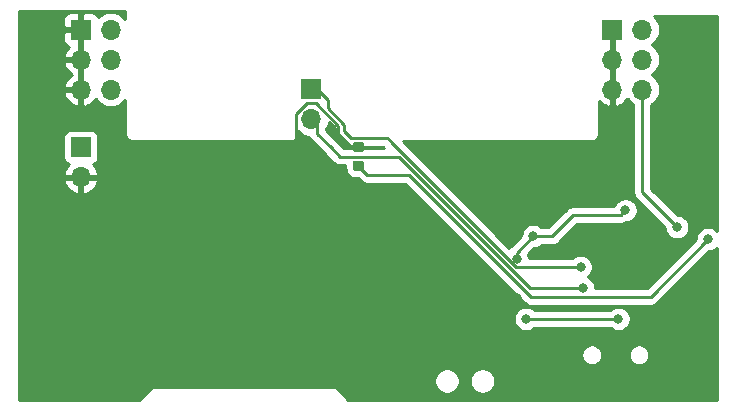
<source format=gbr>
G04 #@! TF.GenerationSoftware,KiCad,Pcbnew,5.1.2*
G04 #@! TF.CreationDate,2019-05-10T12:40:58-05:00*
G04 #@! TF.ProjectId,BreadboardPwr,42726561-6462-46f6-9172-645077722e6b,rev?*
G04 #@! TF.SameCoordinates,Original*
G04 #@! TF.FileFunction,Copper,L2,Bot*
G04 #@! TF.FilePolarity,Positive*
%FSLAX46Y46*%
G04 Gerber Fmt 4.6, Leading zero omitted, Abs format (unit mm)*
G04 Created by KiCad (PCBNEW 5.1.2) date 2019-05-10 12:40:58*
%MOMM*%
%LPD*%
G04 APERTURE LIST*
%ADD10R,1.700000X1.700000*%
%ADD11O,1.700000X1.700000*%
%ADD12C,0.100000*%
%ADD13C,0.875000*%
%ADD14C,0.800000*%
%ADD15C,0.250000*%
%ADD16C,0.254000*%
G04 APERTURE END LIST*
D10*
X109500000Y-98500000D03*
D11*
X112040000Y-98500000D03*
X109500000Y-101040000D03*
X112040000Y-101040000D03*
X109500000Y-103580000D03*
X112040000Y-103580000D03*
X157040000Y-103580000D03*
X154500000Y-103580000D03*
X157040000Y-101040000D03*
X154500000Y-101040000D03*
X157040000Y-98500000D03*
D10*
X154500000Y-98500000D03*
X129000000Y-103560000D03*
D11*
X129000000Y-106100000D03*
X109500000Y-111000000D03*
D10*
X109500000Y-108460000D03*
D12*
G36*
X133277691Y-108013553D02*
G01*
X133298926Y-108016703D01*
X133319750Y-108021919D01*
X133339962Y-108029151D01*
X133359368Y-108038330D01*
X133377781Y-108049366D01*
X133395024Y-108062154D01*
X133410930Y-108076570D01*
X133425346Y-108092476D01*
X133438134Y-108109719D01*
X133449170Y-108128132D01*
X133458349Y-108147538D01*
X133465581Y-108167750D01*
X133470797Y-108188574D01*
X133473947Y-108209809D01*
X133475000Y-108231250D01*
X133475000Y-108668750D01*
X133473947Y-108690191D01*
X133470797Y-108711426D01*
X133465581Y-108732250D01*
X133458349Y-108752462D01*
X133449170Y-108771868D01*
X133438134Y-108790281D01*
X133425346Y-108807524D01*
X133410930Y-108823430D01*
X133395024Y-108837846D01*
X133377781Y-108850634D01*
X133359368Y-108861670D01*
X133339962Y-108870849D01*
X133319750Y-108878081D01*
X133298926Y-108883297D01*
X133277691Y-108886447D01*
X133256250Y-108887500D01*
X132743750Y-108887500D01*
X132722309Y-108886447D01*
X132701074Y-108883297D01*
X132680250Y-108878081D01*
X132660038Y-108870849D01*
X132640632Y-108861670D01*
X132622219Y-108850634D01*
X132604976Y-108837846D01*
X132589070Y-108823430D01*
X132574654Y-108807524D01*
X132561866Y-108790281D01*
X132550830Y-108771868D01*
X132541651Y-108752462D01*
X132534419Y-108732250D01*
X132529203Y-108711426D01*
X132526053Y-108690191D01*
X132525000Y-108668750D01*
X132525000Y-108231250D01*
X132526053Y-108209809D01*
X132529203Y-108188574D01*
X132534419Y-108167750D01*
X132541651Y-108147538D01*
X132550830Y-108128132D01*
X132561866Y-108109719D01*
X132574654Y-108092476D01*
X132589070Y-108076570D01*
X132604976Y-108062154D01*
X132622219Y-108049366D01*
X132640632Y-108038330D01*
X132660038Y-108029151D01*
X132680250Y-108021919D01*
X132701074Y-108016703D01*
X132722309Y-108013553D01*
X132743750Y-108012500D01*
X133256250Y-108012500D01*
X133277691Y-108013553D01*
X133277691Y-108013553D01*
G37*
D13*
X133000000Y-108450000D03*
D12*
G36*
X133277691Y-109588553D02*
G01*
X133298926Y-109591703D01*
X133319750Y-109596919D01*
X133339962Y-109604151D01*
X133359368Y-109613330D01*
X133377781Y-109624366D01*
X133395024Y-109637154D01*
X133410930Y-109651570D01*
X133425346Y-109667476D01*
X133438134Y-109684719D01*
X133449170Y-109703132D01*
X133458349Y-109722538D01*
X133465581Y-109742750D01*
X133470797Y-109763574D01*
X133473947Y-109784809D01*
X133475000Y-109806250D01*
X133475000Y-110243750D01*
X133473947Y-110265191D01*
X133470797Y-110286426D01*
X133465581Y-110307250D01*
X133458349Y-110327462D01*
X133449170Y-110346868D01*
X133438134Y-110365281D01*
X133425346Y-110382524D01*
X133410930Y-110398430D01*
X133395024Y-110412846D01*
X133377781Y-110425634D01*
X133359368Y-110436670D01*
X133339962Y-110445849D01*
X133319750Y-110453081D01*
X133298926Y-110458297D01*
X133277691Y-110461447D01*
X133256250Y-110462500D01*
X132743750Y-110462500D01*
X132722309Y-110461447D01*
X132701074Y-110458297D01*
X132680250Y-110453081D01*
X132660038Y-110445849D01*
X132640632Y-110436670D01*
X132622219Y-110425634D01*
X132604976Y-110412846D01*
X132589070Y-110398430D01*
X132574654Y-110382524D01*
X132561866Y-110365281D01*
X132550830Y-110346868D01*
X132541651Y-110327462D01*
X132534419Y-110307250D01*
X132529203Y-110286426D01*
X132526053Y-110265191D01*
X132525000Y-110243750D01*
X132525000Y-109806250D01*
X132526053Y-109784809D01*
X132529203Y-109763574D01*
X132534419Y-109742750D01*
X132541651Y-109722538D01*
X132550830Y-109703132D01*
X132561866Y-109684719D01*
X132574654Y-109667476D01*
X132589070Y-109651570D01*
X132604976Y-109637154D01*
X132622219Y-109624366D01*
X132640632Y-109613330D01*
X132660038Y-109604151D01*
X132680250Y-109596919D01*
X132701074Y-109591703D01*
X132722309Y-109588553D01*
X132743750Y-109587500D01*
X133256250Y-109587500D01*
X133277691Y-109588553D01*
X133277691Y-109588553D01*
G37*
D13*
X133000000Y-110025000D03*
D14*
X162400000Y-98400000D03*
X162200000Y-111200000D03*
X162100000Y-129000000D03*
X148000000Y-125700000D03*
X146400000Y-121200000D03*
X106000000Y-127700000D03*
X159975735Y-115224265D03*
X147200000Y-123000000D03*
X155000000Y-123000000D03*
X147800000Y-116000000D03*
X155600000Y-113800000D03*
X146400000Y-117900000D03*
X151800000Y-118600000D03*
X152000000Y-120400000D03*
X162600001Y-116250000D03*
D15*
X129363590Y-104750000D02*
X128610998Y-104750000D01*
X131284329Y-106670739D02*
X129363590Y-104750000D01*
X128610998Y-104750000D02*
X127750000Y-105610998D01*
X131284329Y-107309329D02*
X131284329Y-106670739D01*
X133000000Y-108450000D02*
X132425000Y-108450000D01*
X132425000Y-108450000D02*
X131284329Y-107309329D01*
X127750000Y-105610998D02*
X127750000Y-108000000D01*
X157040000Y-112288530D02*
X157040000Y-103580000D01*
X159975735Y-115224265D02*
X157040000Y-112288530D01*
X148400000Y-123000000D02*
X155000000Y-123000000D01*
X147200000Y-123000000D02*
X148400000Y-123000000D01*
X151200000Y-114200000D02*
X155200000Y-114200000D01*
X155200000Y-114200000D02*
X155600000Y-113800000D01*
X146400000Y-117600000D02*
X146400000Y-117400000D01*
X149400000Y-116000000D02*
X151200000Y-114200000D01*
X147800000Y-116000000D02*
X149400000Y-116000000D01*
X146400000Y-117400000D02*
X147800000Y-116000000D01*
X146400000Y-117900000D02*
X146400000Y-117400000D01*
X130400000Y-104460000D02*
X129500000Y-103560000D01*
X130400000Y-105150000D02*
X130400000Y-104650000D01*
X131800000Y-106550000D02*
X130400000Y-105150000D01*
X130400000Y-104650000D02*
X130400000Y-104460000D01*
X131800000Y-107094988D02*
X131800000Y-106800000D01*
X132355022Y-107650010D02*
X131800000Y-107094988D01*
X135400010Y-107650010D02*
X132355022Y-107650010D01*
X146326998Y-118600000D02*
X135726998Y-108000000D01*
X131800000Y-106800000D02*
X131800000Y-106550000D01*
X151800000Y-118600000D02*
X146326998Y-118600000D01*
X135726998Y-107976998D02*
X135400010Y-107650010D01*
X135726998Y-108000000D02*
X135726998Y-107976998D01*
X129500000Y-106100000D02*
X129500000Y-107302081D01*
X129500000Y-107302081D02*
X130647929Y-108450010D01*
X147490588Y-120400000D02*
X152000000Y-120400000D01*
X131447919Y-109250000D02*
X130647929Y-108450010D01*
X136340588Y-109250000D02*
X131447919Y-109250000D01*
X136420294Y-109329706D02*
X136340588Y-109250000D01*
X136420294Y-109329706D02*
X147490588Y-120400000D01*
X157725000Y-121125001D02*
X162600001Y-116250000D01*
X147579179Y-121125001D02*
X157725000Y-121125001D01*
X137241678Y-110787500D02*
X147579179Y-121125001D01*
X133762500Y-110787500D02*
X133000000Y-110025000D01*
X137241678Y-110787500D02*
X133762500Y-110787500D01*
D16*
G36*
X113240000Y-97621386D02*
G01*
X113095134Y-97444866D01*
X112869014Y-97259294D01*
X112611034Y-97121401D01*
X112331111Y-97036487D01*
X112112950Y-97015000D01*
X111967050Y-97015000D01*
X111748889Y-97036487D01*
X111468966Y-97121401D01*
X111210986Y-97259294D01*
X110984866Y-97444866D01*
X110960393Y-97474687D01*
X110939502Y-97405820D01*
X110880537Y-97295506D01*
X110801185Y-97198815D01*
X110704494Y-97119463D01*
X110594180Y-97060498D01*
X110474482Y-97024188D01*
X110350000Y-97011928D01*
X109785750Y-97015000D01*
X109627000Y-97173750D01*
X109627000Y-98373000D01*
X109647000Y-98373000D01*
X109647000Y-98627000D01*
X109627000Y-98627000D01*
X109627000Y-100913000D01*
X109647000Y-100913000D01*
X109647000Y-101167000D01*
X109627000Y-101167000D01*
X109627000Y-103453000D01*
X109647000Y-103453000D01*
X109647000Y-103707000D01*
X109627000Y-103707000D01*
X109627000Y-104900814D01*
X109856891Y-105021481D01*
X110131252Y-104924157D01*
X110381355Y-104775178D01*
X110597588Y-104580269D01*
X110768416Y-104351244D01*
X110799294Y-104409014D01*
X110984866Y-104635134D01*
X111210986Y-104820706D01*
X111468966Y-104958599D01*
X111748889Y-105043513D01*
X111967050Y-105065000D01*
X112112950Y-105065000D01*
X112331111Y-105043513D01*
X112611034Y-104958599D01*
X112869014Y-104820706D01*
X113095134Y-104635134D01*
X113240001Y-104458613D01*
X113240001Y-107267571D01*
X113236807Y-107300000D01*
X113249550Y-107429383D01*
X113287290Y-107553793D01*
X113348575Y-107668450D01*
X113431052Y-107768948D01*
X113531550Y-107851425D01*
X113646207Y-107912710D01*
X113770617Y-107950450D01*
X113867581Y-107960000D01*
X113900000Y-107963193D01*
X113932419Y-107960000D01*
X127217581Y-107960000D01*
X127250000Y-107963193D01*
X127282419Y-107960000D01*
X127379383Y-107950450D01*
X127503793Y-107912710D01*
X127618450Y-107851425D01*
X127718948Y-107768948D01*
X127801425Y-107668450D01*
X127862710Y-107553793D01*
X127900450Y-107429383D01*
X127913193Y-107300000D01*
X127910000Y-107267581D01*
X127910000Y-107112650D01*
X127944866Y-107155134D01*
X128170986Y-107340706D01*
X128428966Y-107478599D01*
X128708889Y-107563513D01*
X128787454Y-107571251D01*
X128794454Y-107594327D01*
X128865026Y-107726357D01*
X128924639Y-107798995D01*
X128960000Y-107842082D01*
X128988998Y-107865880D01*
X130136926Y-109013809D01*
X130136931Y-109013813D01*
X130884120Y-109761002D01*
X130907918Y-109790001D01*
X131023643Y-109884974D01*
X131155672Y-109955546D01*
X131298933Y-109999003D01*
X131410586Y-110010000D01*
X131410594Y-110010000D01*
X131447919Y-110013676D01*
X131485244Y-110010000D01*
X131886928Y-110010000D01*
X131886928Y-110243750D01*
X131903392Y-110410908D01*
X131952150Y-110571642D01*
X132031329Y-110719775D01*
X132137885Y-110849615D01*
X132267725Y-110956171D01*
X132415858Y-111035350D01*
X132576592Y-111084108D01*
X132743750Y-111100572D01*
X133000770Y-111100572D01*
X133198701Y-111298502D01*
X133222499Y-111327501D01*
X133338224Y-111422474D01*
X133470253Y-111493046D01*
X133613514Y-111536503D01*
X133725167Y-111547500D01*
X133725177Y-111547500D01*
X133762500Y-111551176D01*
X133799823Y-111547500D01*
X136926877Y-111547500D01*
X147015380Y-121636004D01*
X147039178Y-121665002D01*
X147068176Y-121688800D01*
X147154902Y-121759975D01*
X147286932Y-121830547D01*
X147430193Y-121874004D01*
X147541846Y-121885001D01*
X147541855Y-121885001D01*
X147579178Y-121888677D01*
X147616501Y-121885001D01*
X157687678Y-121885001D01*
X157725000Y-121888677D01*
X157762322Y-121885001D01*
X157762333Y-121885001D01*
X157873986Y-121874004D01*
X158017247Y-121830547D01*
X158149276Y-121759975D01*
X158265001Y-121665002D01*
X158288804Y-121635998D01*
X162639803Y-117285000D01*
X162701940Y-117285000D01*
X162901899Y-117245226D01*
X163090257Y-117167205D01*
X163259775Y-117053937D01*
X163340001Y-116973711D01*
X163340001Y-129840000D01*
X132091963Y-129840000D01*
X131299586Y-128968384D01*
X131268948Y-128931052D01*
X131230836Y-128899774D01*
X131194261Y-128866725D01*
X131180683Y-128858615D01*
X131168450Y-128848575D01*
X131124956Y-128825327D01*
X131082649Y-128800056D01*
X131067751Y-128794750D01*
X131053793Y-128787290D01*
X131006604Y-128772975D01*
X130960175Y-128756441D01*
X130944527Y-128754144D01*
X130929383Y-128749550D01*
X130880296Y-128744715D01*
X130831544Y-128737559D01*
X130783333Y-128740000D01*
X115832409Y-128740000D01*
X115800000Y-128736808D01*
X115767591Y-128740000D01*
X115767581Y-128740000D01*
X115670617Y-128749550D01*
X115546207Y-128787290D01*
X115431550Y-128848575D01*
X115357585Y-128909277D01*
X115331052Y-128931052D01*
X115310388Y-128956231D01*
X114426620Y-129840000D01*
X104260000Y-129840000D01*
X104260000Y-128143137D01*
X139415000Y-128143137D01*
X139415000Y-128356863D01*
X139456696Y-128566483D01*
X139538485Y-128763940D01*
X139657225Y-128941647D01*
X139808353Y-129092775D01*
X139986060Y-129211515D01*
X140183517Y-129293304D01*
X140393137Y-129335000D01*
X140606863Y-129335000D01*
X140816483Y-129293304D01*
X141013940Y-129211515D01*
X141191647Y-129092775D01*
X141342775Y-128941647D01*
X141461515Y-128763940D01*
X141543304Y-128566483D01*
X141585000Y-128356863D01*
X141585000Y-128143137D01*
X142415000Y-128143137D01*
X142415000Y-128356863D01*
X142456696Y-128566483D01*
X142538485Y-128763940D01*
X142657225Y-128941647D01*
X142808353Y-129092775D01*
X142986060Y-129211515D01*
X143183517Y-129293304D01*
X143393137Y-129335000D01*
X143606863Y-129335000D01*
X143816483Y-129293304D01*
X144013940Y-129211515D01*
X144191647Y-129092775D01*
X144342775Y-128941647D01*
X144461515Y-128763940D01*
X144543304Y-128566483D01*
X144585000Y-128356863D01*
X144585000Y-128143137D01*
X144543304Y-127933517D01*
X144461515Y-127736060D01*
X144342775Y-127558353D01*
X144191647Y-127407225D01*
X144013940Y-127288485D01*
X143816483Y-127206696D01*
X143606863Y-127165000D01*
X143393137Y-127165000D01*
X143183517Y-127206696D01*
X142986060Y-127288485D01*
X142808353Y-127407225D01*
X142657225Y-127558353D01*
X142538485Y-127736060D01*
X142456696Y-127933517D01*
X142415000Y-128143137D01*
X141585000Y-128143137D01*
X141543304Y-127933517D01*
X141461515Y-127736060D01*
X141342775Y-127558353D01*
X141191647Y-127407225D01*
X141013940Y-127288485D01*
X140816483Y-127206696D01*
X140606863Y-127165000D01*
X140393137Y-127165000D01*
X140183517Y-127206696D01*
X139986060Y-127288485D01*
X139808353Y-127407225D01*
X139657225Y-127558353D01*
X139538485Y-127736060D01*
X139456696Y-127933517D01*
X139415000Y-128143137D01*
X104260000Y-128143137D01*
X104260000Y-125962835D01*
X151865000Y-125962835D01*
X151865000Y-126137165D01*
X151899010Y-126308145D01*
X151965723Y-126469205D01*
X152062576Y-126614155D01*
X152185845Y-126737424D01*
X152330795Y-126834277D01*
X152491855Y-126900990D01*
X152662835Y-126935000D01*
X152837165Y-126935000D01*
X153008145Y-126900990D01*
X153169205Y-126834277D01*
X153314155Y-126737424D01*
X153437424Y-126614155D01*
X153534277Y-126469205D01*
X153600990Y-126308145D01*
X153635000Y-126137165D01*
X153635000Y-125962835D01*
X155865000Y-125962835D01*
X155865000Y-126137165D01*
X155899010Y-126308145D01*
X155965723Y-126469205D01*
X156062576Y-126614155D01*
X156185845Y-126737424D01*
X156330795Y-126834277D01*
X156491855Y-126900990D01*
X156662835Y-126935000D01*
X156837165Y-126935000D01*
X157008145Y-126900990D01*
X157169205Y-126834277D01*
X157314155Y-126737424D01*
X157437424Y-126614155D01*
X157534277Y-126469205D01*
X157600990Y-126308145D01*
X157635000Y-126137165D01*
X157635000Y-125962835D01*
X157600990Y-125791855D01*
X157534277Y-125630795D01*
X157437424Y-125485845D01*
X157314155Y-125362576D01*
X157169205Y-125265723D01*
X157008145Y-125199010D01*
X156837165Y-125165000D01*
X156662835Y-125165000D01*
X156491855Y-125199010D01*
X156330795Y-125265723D01*
X156185845Y-125362576D01*
X156062576Y-125485845D01*
X155965723Y-125630795D01*
X155899010Y-125791855D01*
X155865000Y-125962835D01*
X153635000Y-125962835D01*
X153600990Y-125791855D01*
X153534277Y-125630795D01*
X153437424Y-125485845D01*
X153314155Y-125362576D01*
X153169205Y-125265723D01*
X153008145Y-125199010D01*
X152837165Y-125165000D01*
X152662835Y-125165000D01*
X152491855Y-125199010D01*
X152330795Y-125265723D01*
X152185845Y-125362576D01*
X152062576Y-125485845D01*
X151965723Y-125630795D01*
X151899010Y-125791855D01*
X151865000Y-125962835D01*
X104260000Y-125962835D01*
X104260000Y-122898061D01*
X146165000Y-122898061D01*
X146165000Y-123101939D01*
X146204774Y-123301898D01*
X146282795Y-123490256D01*
X146396063Y-123659774D01*
X146540226Y-123803937D01*
X146709744Y-123917205D01*
X146898102Y-123995226D01*
X147098061Y-124035000D01*
X147301939Y-124035000D01*
X147501898Y-123995226D01*
X147690256Y-123917205D01*
X147859774Y-123803937D01*
X147903711Y-123760000D01*
X154296289Y-123760000D01*
X154340226Y-123803937D01*
X154509744Y-123917205D01*
X154698102Y-123995226D01*
X154898061Y-124035000D01*
X155101939Y-124035000D01*
X155301898Y-123995226D01*
X155490256Y-123917205D01*
X155659774Y-123803937D01*
X155803937Y-123659774D01*
X155917205Y-123490256D01*
X155995226Y-123301898D01*
X156035000Y-123101939D01*
X156035000Y-122898061D01*
X155995226Y-122698102D01*
X155917205Y-122509744D01*
X155803937Y-122340226D01*
X155659774Y-122196063D01*
X155490256Y-122082795D01*
X155301898Y-122004774D01*
X155101939Y-121965000D01*
X154898061Y-121965000D01*
X154698102Y-122004774D01*
X154509744Y-122082795D01*
X154340226Y-122196063D01*
X154296289Y-122240000D01*
X147903711Y-122240000D01*
X147859774Y-122196063D01*
X147690256Y-122082795D01*
X147501898Y-122004774D01*
X147301939Y-121965000D01*
X147098061Y-121965000D01*
X146898102Y-122004774D01*
X146709744Y-122082795D01*
X146540226Y-122196063D01*
X146396063Y-122340226D01*
X146282795Y-122509744D01*
X146204774Y-122698102D01*
X146165000Y-122898061D01*
X104260000Y-122898061D01*
X104260000Y-111356890D01*
X108058524Y-111356890D01*
X108103175Y-111504099D01*
X108228359Y-111766920D01*
X108402412Y-112000269D01*
X108618645Y-112195178D01*
X108868748Y-112344157D01*
X109143109Y-112441481D01*
X109373000Y-112320814D01*
X109373000Y-111127000D01*
X109627000Y-111127000D01*
X109627000Y-112320814D01*
X109856891Y-112441481D01*
X110131252Y-112344157D01*
X110381355Y-112195178D01*
X110597588Y-112000269D01*
X110771641Y-111766920D01*
X110896825Y-111504099D01*
X110941476Y-111356890D01*
X110820155Y-111127000D01*
X109627000Y-111127000D01*
X109373000Y-111127000D01*
X108179845Y-111127000D01*
X108058524Y-111356890D01*
X104260000Y-111356890D01*
X104260000Y-107610000D01*
X108011928Y-107610000D01*
X108011928Y-109310000D01*
X108024188Y-109434482D01*
X108060498Y-109554180D01*
X108119463Y-109664494D01*
X108198815Y-109761185D01*
X108295506Y-109840537D01*
X108405820Y-109899502D01*
X108486466Y-109923966D01*
X108402412Y-109999731D01*
X108228359Y-110233080D01*
X108103175Y-110495901D01*
X108058524Y-110643110D01*
X108179845Y-110873000D01*
X109373000Y-110873000D01*
X109373000Y-110853000D01*
X109627000Y-110853000D01*
X109627000Y-110873000D01*
X110820155Y-110873000D01*
X110941476Y-110643110D01*
X110896825Y-110495901D01*
X110771641Y-110233080D01*
X110597588Y-109999731D01*
X110513534Y-109923966D01*
X110594180Y-109899502D01*
X110704494Y-109840537D01*
X110801185Y-109761185D01*
X110880537Y-109664494D01*
X110939502Y-109554180D01*
X110975812Y-109434482D01*
X110988072Y-109310000D01*
X110988072Y-107610000D01*
X110975812Y-107485518D01*
X110939502Y-107365820D01*
X110880537Y-107255506D01*
X110801185Y-107158815D01*
X110704494Y-107079463D01*
X110594180Y-107020498D01*
X110474482Y-106984188D01*
X110350000Y-106971928D01*
X108650000Y-106971928D01*
X108525518Y-106984188D01*
X108405820Y-107020498D01*
X108295506Y-107079463D01*
X108198815Y-107158815D01*
X108119463Y-107255506D01*
X108060498Y-107365820D01*
X108024188Y-107485518D01*
X108011928Y-107610000D01*
X104260000Y-107610000D01*
X104260000Y-103936890D01*
X108058524Y-103936890D01*
X108103175Y-104084099D01*
X108228359Y-104346920D01*
X108402412Y-104580269D01*
X108618645Y-104775178D01*
X108868748Y-104924157D01*
X109143109Y-105021481D01*
X109373000Y-104900814D01*
X109373000Y-103707000D01*
X108179845Y-103707000D01*
X108058524Y-103936890D01*
X104260000Y-103936890D01*
X104260000Y-101396890D01*
X108058524Y-101396890D01*
X108103175Y-101544099D01*
X108228359Y-101806920D01*
X108402412Y-102040269D01*
X108618645Y-102235178D01*
X108744255Y-102310000D01*
X108618645Y-102384822D01*
X108402412Y-102579731D01*
X108228359Y-102813080D01*
X108103175Y-103075901D01*
X108058524Y-103223110D01*
X108179845Y-103453000D01*
X109373000Y-103453000D01*
X109373000Y-101167000D01*
X108179845Y-101167000D01*
X108058524Y-101396890D01*
X104260000Y-101396890D01*
X104260000Y-99350000D01*
X108011928Y-99350000D01*
X108024188Y-99474482D01*
X108060498Y-99594180D01*
X108119463Y-99704494D01*
X108198815Y-99801185D01*
X108295506Y-99880537D01*
X108405820Y-99939502D01*
X108486466Y-99963966D01*
X108402412Y-100039731D01*
X108228359Y-100273080D01*
X108103175Y-100535901D01*
X108058524Y-100683110D01*
X108179845Y-100913000D01*
X109373000Y-100913000D01*
X109373000Y-98627000D01*
X108173750Y-98627000D01*
X108015000Y-98785750D01*
X108011928Y-99350000D01*
X104260000Y-99350000D01*
X104260000Y-97650000D01*
X108011928Y-97650000D01*
X108015000Y-98214250D01*
X108173750Y-98373000D01*
X109373000Y-98373000D01*
X109373000Y-97173750D01*
X109214250Y-97015000D01*
X108650000Y-97011928D01*
X108525518Y-97024188D01*
X108405820Y-97060498D01*
X108295506Y-97119463D01*
X108198815Y-97198815D01*
X108119463Y-97295506D01*
X108060498Y-97405820D01*
X108024188Y-97525518D01*
X108011928Y-97650000D01*
X104260000Y-97650000D01*
X104260000Y-96960000D01*
X113240000Y-96960000D01*
X113240000Y-97621386D01*
X113240000Y-97621386D01*
G37*
X113240000Y-97621386D02*
X113095134Y-97444866D01*
X112869014Y-97259294D01*
X112611034Y-97121401D01*
X112331111Y-97036487D01*
X112112950Y-97015000D01*
X111967050Y-97015000D01*
X111748889Y-97036487D01*
X111468966Y-97121401D01*
X111210986Y-97259294D01*
X110984866Y-97444866D01*
X110960393Y-97474687D01*
X110939502Y-97405820D01*
X110880537Y-97295506D01*
X110801185Y-97198815D01*
X110704494Y-97119463D01*
X110594180Y-97060498D01*
X110474482Y-97024188D01*
X110350000Y-97011928D01*
X109785750Y-97015000D01*
X109627000Y-97173750D01*
X109627000Y-98373000D01*
X109647000Y-98373000D01*
X109647000Y-98627000D01*
X109627000Y-98627000D01*
X109627000Y-100913000D01*
X109647000Y-100913000D01*
X109647000Y-101167000D01*
X109627000Y-101167000D01*
X109627000Y-103453000D01*
X109647000Y-103453000D01*
X109647000Y-103707000D01*
X109627000Y-103707000D01*
X109627000Y-104900814D01*
X109856891Y-105021481D01*
X110131252Y-104924157D01*
X110381355Y-104775178D01*
X110597588Y-104580269D01*
X110768416Y-104351244D01*
X110799294Y-104409014D01*
X110984866Y-104635134D01*
X111210986Y-104820706D01*
X111468966Y-104958599D01*
X111748889Y-105043513D01*
X111967050Y-105065000D01*
X112112950Y-105065000D01*
X112331111Y-105043513D01*
X112611034Y-104958599D01*
X112869014Y-104820706D01*
X113095134Y-104635134D01*
X113240001Y-104458613D01*
X113240001Y-107267571D01*
X113236807Y-107300000D01*
X113249550Y-107429383D01*
X113287290Y-107553793D01*
X113348575Y-107668450D01*
X113431052Y-107768948D01*
X113531550Y-107851425D01*
X113646207Y-107912710D01*
X113770617Y-107950450D01*
X113867581Y-107960000D01*
X113900000Y-107963193D01*
X113932419Y-107960000D01*
X127217581Y-107960000D01*
X127250000Y-107963193D01*
X127282419Y-107960000D01*
X127379383Y-107950450D01*
X127503793Y-107912710D01*
X127618450Y-107851425D01*
X127718948Y-107768948D01*
X127801425Y-107668450D01*
X127862710Y-107553793D01*
X127900450Y-107429383D01*
X127913193Y-107300000D01*
X127910000Y-107267581D01*
X127910000Y-107112650D01*
X127944866Y-107155134D01*
X128170986Y-107340706D01*
X128428966Y-107478599D01*
X128708889Y-107563513D01*
X128787454Y-107571251D01*
X128794454Y-107594327D01*
X128865026Y-107726357D01*
X128924639Y-107798995D01*
X128960000Y-107842082D01*
X128988998Y-107865880D01*
X130136926Y-109013809D01*
X130136931Y-109013813D01*
X130884120Y-109761002D01*
X130907918Y-109790001D01*
X131023643Y-109884974D01*
X131155672Y-109955546D01*
X131298933Y-109999003D01*
X131410586Y-110010000D01*
X131410594Y-110010000D01*
X131447919Y-110013676D01*
X131485244Y-110010000D01*
X131886928Y-110010000D01*
X131886928Y-110243750D01*
X131903392Y-110410908D01*
X131952150Y-110571642D01*
X132031329Y-110719775D01*
X132137885Y-110849615D01*
X132267725Y-110956171D01*
X132415858Y-111035350D01*
X132576592Y-111084108D01*
X132743750Y-111100572D01*
X133000770Y-111100572D01*
X133198701Y-111298502D01*
X133222499Y-111327501D01*
X133338224Y-111422474D01*
X133470253Y-111493046D01*
X133613514Y-111536503D01*
X133725167Y-111547500D01*
X133725177Y-111547500D01*
X133762500Y-111551176D01*
X133799823Y-111547500D01*
X136926877Y-111547500D01*
X147015380Y-121636004D01*
X147039178Y-121665002D01*
X147068176Y-121688800D01*
X147154902Y-121759975D01*
X147286932Y-121830547D01*
X147430193Y-121874004D01*
X147541846Y-121885001D01*
X147541855Y-121885001D01*
X147579178Y-121888677D01*
X147616501Y-121885001D01*
X157687678Y-121885001D01*
X157725000Y-121888677D01*
X157762322Y-121885001D01*
X157762333Y-121885001D01*
X157873986Y-121874004D01*
X158017247Y-121830547D01*
X158149276Y-121759975D01*
X158265001Y-121665002D01*
X158288804Y-121635998D01*
X162639803Y-117285000D01*
X162701940Y-117285000D01*
X162901899Y-117245226D01*
X163090257Y-117167205D01*
X163259775Y-117053937D01*
X163340001Y-116973711D01*
X163340001Y-129840000D01*
X132091963Y-129840000D01*
X131299586Y-128968384D01*
X131268948Y-128931052D01*
X131230836Y-128899774D01*
X131194261Y-128866725D01*
X131180683Y-128858615D01*
X131168450Y-128848575D01*
X131124956Y-128825327D01*
X131082649Y-128800056D01*
X131067751Y-128794750D01*
X131053793Y-128787290D01*
X131006604Y-128772975D01*
X130960175Y-128756441D01*
X130944527Y-128754144D01*
X130929383Y-128749550D01*
X130880296Y-128744715D01*
X130831544Y-128737559D01*
X130783333Y-128740000D01*
X115832409Y-128740000D01*
X115800000Y-128736808D01*
X115767591Y-128740000D01*
X115767581Y-128740000D01*
X115670617Y-128749550D01*
X115546207Y-128787290D01*
X115431550Y-128848575D01*
X115357585Y-128909277D01*
X115331052Y-128931052D01*
X115310388Y-128956231D01*
X114426620Y-129840000D01*
X104260000Y-129840000D01*
X104260000Y-128143137D01*
X139415000Y-128143137D01*
X139415000Y-128356863D01*
X139456696Y-128566483D01*
X139538485Y-128763940D01*
X139657225Y-128941647D01*
X139808353Y-129092775D01*
X139986060Y-129211515D01*
X140183517Y-129293304D01*
X140393137Y-129335000D01*
X140606863Y-129335000D01*
X140816483Y-129293304D01*
X141013940Y-129211515D01*
X141191647Y-129092775D01*
X141342775Y-128941647D01*
X141461515Y-128763940D01*
X141543304Y-128566483D01*
X141585000Y-128356863D01*
X141585000Y-128143137D01*
X142415000Y-128143137D01*
X142415000Y-128356863D01*
X142456696Y-128566483D01*
X142538485Y-128763940D01*
X142657225Y-128941647D01*
X142808353Y-129092775D01*
X142986060Y-129211515D01*
X143183517Y-129293304D01*
X143393137Y-129335000D01*
X143606863Y-129335000D01*
X143816483Y-129293304D01*
X144013940Y-129211515D01*
X144191647Y-129092775D01*
X144342775Y-128941647D01*
X144461515Y-128763940D01*
X144543304Y-128566483D01*
X144585000Y-128356863D01*
X144585000Y-128143137D01*
X144543304Y-127933517D01*
X144461515Y-127736060D01*
X144342775Y-127558353D01*
X144191647Y-127407225D01*
X144013940Y-127288485D01*
X143816483Y-127206696D01*
X143606863Y-127165000D01*
X143393137Y-127165000D01*
X143183517Y-127206696D01*
X142986060Y-127288485D01*
X142808353Y-127407225D01*
X142657225Y-127558353D01*
X142538485Y-127736060D01*
X142456696Y-127933517D01*
X142415000Y-128143137D01*
X141585000Y-128143137D01*
X141543304Y-127933517D01*
X141461515Y-127736060D01*
X141342775Y-127558353D01*
X141191647Y-127407225D01*
X141013940Y-127288485D01*
X140816483Y-127206696D01*
X140606863Y-127165000D01*
X140393137Y-127165000D01*
X140183517Y-127206696D01*
X139986060Y-127288485D01*
X139808353Y-127407225D01*
X139657225Y-127558353D01*
X139538485Y-127736060D01*
X139456696Y-127933517D01*
X139415000Y-128143137D01*
X104260000Y-128143137D01*
X104260000Y-125962835D01*
X151865000Y-125962835D01*
X151865000Y-126137165D01*
X151899010Y-126308145D01*
X151965723Y-126469205D01*
X152062576Y-126614155D01*
X152185845Y-126737424D01*
X152330795Y-126834277D01*
X152491855Y-126900990D01*
X152662835Y-126935000D01*
X152837165Y-126935000D01*
X153008145Y-126900990D01*
X153169205Y-126834277D01*
X153314155Y-126737424D01*
X153437424Y-126614155D01*
X153534277Y-126469205D01*
X153600990Y-126308145D01*
X153635000Y-126137165D01*
X153635000Y-125962835D01*
X155865000Y-125962835D01*
X155865000Y-126137165D01*
X155899010Y-126308145D01*
X155965723Y-126469205D01*
X156062576Y-126614155D01*
X156185845Y-126737424D01*
X156330795Y-126834277D01*
X156491855Y-126900990D01*
X156662835Y-126935000D01*
X156837165Y-126935000D01*
X157008145Y-126900990D01*
X157169205Y-126834277D01*
X157314155Y-126737424D01*
X157437424Y-126614155D01*
X157534277Y-126469205D01*
X157600990Y-126308145D01*
X157635000Y-126137165D01*
X157635000Y-125962835D01*
X157600990Y-125791855D01*
X157534277Y-125630795D01*
X157437424Y-125485845D01*
X157314155Y-125362576D01*
X157169205Y-125265723D01*
X157008145Y-125199010D01*
X156837165Y-125165000D01*
X156662835Y-125165000D01*
X156491855Y-125199010D01*
X156330795Y-125265723D01*
X156185845Y-125362576D01*
X156062576Y-125485845D01*
X155965723Y-125630795D01*
X155899010Y-125791855D01*
X155865000Y-125962835D01*
X153635000Y-125962835D01*
X153600990Y-125791855D01*
X153534277Y-125630795D01*
X153437424Y-125485845D01*
X153314155Y-125362576D01*
X153169205Y-125265723D01*
X153008145Y-125199010D01*
X152837165Y-125165000D01*
X152662835Y-125165000D01*
X152491855Y-125199010D01*
X152330795Y-125265723D01*
X152185845Y-125362576D01*
X152062576Y-125485845D01*
X151965723Y-125630795D01*
X151899010Y-125791855D01*
X151865000Y-125962835D01*
X104260000Y-125962835D01*
X104260000Y-122898061D01*
X146165000Y-122898061D01*
X146165000Y-123101939D01*
X146204774Y-123301898D01*
X146282795Y-123490256D01*
X146396063Y-123659774D01*
X146540226Y-123803937D01*
X146709744Y-123917205D01*
X146898102Y-123995226D01*
X147098061Y-124035000D01*
X147301939Y-124035000D01*
X147501898Y-123995226D01*
X147690256Y-123917205D01*
X147859774Y-123803937D01*
X147903711Y-123760000D01*
X154296289Y-123760000D01*
X154340226Y-123803937D01*
X154509744Y-123917205D01*
X154698102Y-123995226D01*
X154898061Y-124035000D01*
X155101939Y-124035000D01*
X155301898Y-123995226D01*
X155490256Y-123917205D01*
X155659774Y-123803937D01*
X155803937Y-123659774D01*
X155917205Y-123490256D01*
X155995226Y-123301898D01*
X156035000Y-123101939D01*
X156035000Y-122898061D01*
X155995226Y-122698102D01*
X155917205Y-122509744D01*
X155803937Y-122340226D01*
X155659774Y-122196063D01*
X155490256Y-122082795D01*
X155301898Y-122004774D01*
X155101939Y-121965000D01*
X154898061Y-121965000D01*
X154698102Y-122004774D01*
X154509744Y-122082795D01*
X154340226Y-122196063D01*
X154296289Y-122240000D01*
X147903711Y-122240000D01*
X147859774Y-122196063D01*
X147690256Y-122082795D01*
X147501898Y-122004774D01*
X147301939Y-121965000D01*
X147098061Y-121965000D01*
X146898102Y-122004774D01*
X146709744Y-122082795D01*
X146540226Y-122196063D01*
X146396063Y-122340226D01*
X146282795Y-122509744D01*
X146204774Y-122698102D01*
X146165000Y-122898061D01*
X104260000Y-122898061D01*
X104260000Y-111356890D01*
X108058524Y-111356890D01*
X108103175Y-111504099D01*
X108228359Y-111766920D01*
X108402412Y-112000269D01*
X108618645Y-112195178D01*
X108868748Y-112344157D01*
X109143109Y-112441481D01*
X109373000Y-112320814D01*
X109373000Y-111127000D01*
X109627000Y-111127000D01*
X109627000Y-112320814D01*
X109856891Y-112441481D01*
X110131252Y-112344157D01*
X110381355Y-112195178D01*
X110597588Y-112000269D01*
X110771641Y-111766920D01*
X110896825Y-111504099D01*
X110941476Y-111356890D01*
X110820155Y-111127000D01*
X109627000Y-111127000D01*
X109373000Y-111127000D01*
X108179845Y-111127000D01*
X108058524Y-111356890D01*
X104260000Y-111356890D01*
X104260000Y-107610000D01*
X108011928Y-107610000D01*
X108011928Y-109310000D01*
X108024188Y-109434482D01*
X108060498Y-109554180D01*
X108119463Y-109664494D01*
X108198815Y-109761185D01*
X108295506Y-109840537D01*
X108405820Y-109899502D01*
X108486466Y-109923966D01*
X108402412Y-109999731D01*
X108228359Y-110233080D01*
X108103175Y-110495901D01*
X108058524Y-110643110D01*
X108179845Y-110873000D01*
X109373000Y-110873000D01*
X109373000Y-110853000D01*
X109627000Y-110853000D01*
X109627000Y-110873000D01*
X110820155Y-110873000D01*
X110941476Y-110643110D01*
X110896825Y-110495901D01*
X110771641Y-110233080D01*
X110597588Y-109999731D01*
X110513534Y-109923966D01*
X110594180Y-109899502D01*
X110704494Y-109840537D01*
X110801185Y-109761185D01*
X110880537Y-109664494D01*
X110939502Y-109554180D01*
X110975812Y-109434482D01*
X110988072Y-109310000D01*
X110988072Y-107610000D01*
X110975812Y-107485518D01*
X110939502Y-107365820D01*
X110880537Y-107255506D01*
X110801185Y-107158815D01*
X110704494Y-107079463D01*
X110594180Y-107020498D01*
X110474482Y-106984188D01*
X110350000Y-106971928D01*
X108650000Y-106971928D01*
X108525518Y-106984188D01*
X108405820Y-107020498D01*
X108295506Y-107079463D01*
X108198815Y-107158815D01*
X108119463Y-107255506D01*
X108060498Y-107365820D01*
X108024188Y-107485518D01*
X108011928Y-107610000D01*
X104260000Y-107610000D01*
X104260000Y-103936890D01*
X108058524Y-103936890D01*
X108103175Y-104084099D01*
X108228359Y-104346920D01*
X108402412Y-104580269D01*
X108618645Y-104775178D01*
X108868748Y-104924157D01*
X109143109Y-105021481D01*
X109373000Y-104900814D01*
X109373000Y-103707000D01*
X108179845Y-103707000D01*
X108058524Y-103936890D01*
X104260000Y-103936890D01*
X104260000Y-101396890D01*
X108058524Y-101396890D01*
X108103175Y-101544099D01*
X108228359Y-101806920D01*
X108402412Y-102040269D01*
X108618645Y-102235178D01*
X108744255Y-102310000D01*
X108618645Y-102384822D01*
X108402412Y-102579731D01*
X108228359Y-102813080D01*
X108103175Y-103075901D01*
X108058524Y-103223110D01*
X108179845Y-103453000D01*
X109373000Y-103453000D01*
X109373000Y-101167000D01*
X108179845Y-101167000D01*
X108058524Y-101396890D01*
X104260000Y-101396890D01*
X104260000Y-99350000D01*
X108011928Y-99350000D01*
X108024188Y-99474482D01*
X108060498Y-99594180D01*
X108119463Y-99704494D01*
X108198815Y-99801185D01*
X108295506Y-99880537D01*
X108405820Y-99939502D01*
X108486466Y-99963966D01*
X108402412Y-100039731D01*
X108228359Y-100273080D01*
X108103175Y-100535901D01*
X108058524Y-100683110D01*
X108179845Y-100913000D01*
X109373000Y-100913000D01*
X109373000Y-98627000D01*
X108173750Y-98627000D01*
X108015000Y-98785750D01*
X108011928Y-99350000D01*
X104260000Y-99350000D01*
X104260000Y-97650000D01*
X108011928Y-97650000D01*
X108015000Y-98214250D01*
X108173750Y-98373000D01*
X109373000Y-98373000D01*
X109373000Y-97173750D01*
X109214250Y-97015000D01*
X108650000Y-97011928D01*
X108525518Y-97024188D01*
X108405820Y-97060498D01*
X108295506Y-97119463D01*
X108198815Y-97198815D01*
X108119463Y-97295506D01*
X108060498Y-97405820D01*
X108024188Y-97525518D01*
X108011928Y-97650000D01*
X104260000Y-97650000D01*
X104260000Y-96960000D01*
X113240000Y-96960000D01*
X113240000Y-97621386D01*
G36*
X163340001Y-115526289D02*
G01*
X163259775Y-115446063D01*
X163090257Y-115332795D01*
X162901899Y-115254774D01*
X162701940Y-115215000D01*
X162498062Y-115215000D01*
X162298103Y-115254774D01*
X162109745Y-115332795D01*
X161940227Y-115446063D01*
X161796064Y-115590226D01*
X161682796Y-115759744D01*
X161604775Y-115948102D01*
X161565001Y-116148061D01*
X161565001Y-116210198D01*
X157410199Y-120365001D01*
X153035000Y-120365001D01*
X153035000Y-120298061D01*
X152995226Y-120098102D01*
X152917205Y-119909744D01*
X152803937Y-119740226D01*
X152659774Y-119596063D01*
X152490256Y-119482795D01*
X152398584Y-119444823D01*
X152459774Y-119403937D01*
X152603937Y-119259774D01*
X152717205Y-119090256D01*
X152795226Y-118901898D01*
X152835000Y-118701939D01*
X152835000Y-118498061D01*
X152795226Y-118298102D01*
X152717205Y-118109744D01*
X152603937Y-117940226D01*
X152459774Y-117796063D01*
X152290256Y-117682795D01*
X152101898Y-117604774D01*
X151901939Y-117565000D01*
X151698061Y-117565000D01*
X151498102Y-117604774D01*
X151309744Y-117682795D01*
X151140226Y-117796063D01*
X151096289Y-117840000D01*
X147435000Y-117840000D01*
X147435000Y-117798061D01*
X147395226Y-117598102D01*
X147360510Y-117514291D01*
X147839802Y-117035000D01*
X147901939Y-117035000D01*
X148101898Y-116995226D01*
X148290256Y-116917205D01*
X148459774Y-116803937D01*
X148503711Y-116760000D01*
X149362678Y-116760000D01*
X149400000Y-116763676D01*
X149437322Y-116760000D01*
X149437333Y-116760000D01*
X149548986Y-116749003D01*
X149692247Y-116705546D01*
X149824276Y-116634974D01*
X149940001Y-116540001D01*
X149963803Y-116510998D01*
X151514803Y-114960000D01*
X155162678Y-114960000D01*
X155200000Y-114963676D01*
X155237322Y-114960000D01*
X155237333Y-114960000D01*
X155348986Y-114949003D01*
X155492247Y-114905546D01*
X155624227Y-114835000D01*
X155701939Y-114835000D01*
X155901898Y-114795226D01*
X156090256Y-114717205D01*
X156259774Y-114603937D01*
X156403937Y-114459774D01*
X156517205Y-114290256D01*
X156595226Y-114101898D01*
X156635000Y-113901939D01*
X156635000Y-113698061D01*
X156595226Y-113498102D01*
X156517205Y-113309744D01*
X156403937Y-113140226D01*
X156259774Y-112996063D01*
X156090256Y-112882795D01*
X155901898Y-112804774D01*
X155701939Y-112765000D01*
X155498061Y-112765000D01*
X155298102Y-112804774D01*
X155109744Y-112882795D01*
X154940226Y-112996063D01*
X154796063Y-113140226D01*
X154682795Y-113309744D01*
X154628841Y-113440000D01*
X151237322Y-113440000D01*
X151199999Y-113436324D01*
X151162676Y-113440000D01*
X151162667Y-113440000D01*
X151051014Y-113450997D01*
X150907753Y-113494454D01*
X150775724Y-113565026D01*
X150775722Y-113565027D01*
X150775723Y-113565027D01*
X150688996Y-113636201D01*
X150688992Y-113636205D01*
X150659999Y-113659999D01*
X150636205Y-113688992D01*
X149085199Y-115240000D01*
X148503711Y-115240000D01*
X148459774Y-115196063D01*
X148290256Y-115082795D01*
X148101898Y-115004774D01*
X147901939Y-114965000D01*
X147698061Y-114965000D01*
X147498102Y-115004774D01*
X147309744Y-115082795D01*
X147140226Y-115196063D01*
X146996063Y-115340226D01*
X146882795Y-115509744D01*
X146804774Y-115698102D01*
X146765000Y-115898061D01*
X146765000Y-115960198D01*
X145889001Y-116836198D01*
X145859999Y-116859999D01*
X145770659Y-116968860D01*
X136761799Y-107960000D01*
X152667581Y-107960000D01*
X152700000Y-107963193D01*
X152732419Y-107960000D01*
X152829383Y-107950450D01*
X152953793Y-107912710D01*
X153068450Y-107851425D01*
X153168948Y-107768948D01*
X153251425Y-107668450D01*
X153312710Y-107553793D01*
X153350450Y-107429383D01*
X153363193Y-107300000D01*
X153360000Y-107267581D01*
X153360000Y-104523408D01*
X153402412Y-104580269D01*
X153618645Y-104775178D01*
X153868748Y-104924157D01*
X154143109Y-105021481D01*
X154373000Y-104900814D01*
X154373000Y-103707000D01*
X154353000Y-103707000D01*
X154353000Y-103453000D01*
X154373000Y-103453000D01*
X154373000Y-101167000D01*
X154353000Y-101167000D01*
X154353000Y-100913000D01*
X154373000Y-100913000D01*
X154373000Y-98627000D01*
X154353000Y-98627000D01*
X154353000Y-98373000D01*
X154373000Y-98373000D01*
X154373000Y-98353000D01*
X154627000Y-98353000D01*
X154627000Y-98373000D01*
X154647000Y-98373000D01*
X154647000Y-98627000D01*
X154627000Y-98627000D01*
X154627000Y-100913000D01*
X154647000Y-100913000D01*
X154647000Y-101167000D01*
X154627000Y-101167000D01*
X154627000Y-103453000D01*
X154647000Y-103453000D01*
X154647000Y-103707000D01*
X154627000Y-103707000D01*
X154627000Y-104900814D01*
X154856891Y-105021481D01*
X155131252Y-104924157D01*
X155381355Y-104775178D01*
X155597588Y-104580269D01*
X155768416Y-104351244D01*
X155799294Y-104409014D01*
X155984866Y-104635134D01*
X156210986Y-104820706D01*
X156280001Y-104857595D01*
X156280000Y-112251208D01*
X156276324Y-112288530D01*
X156280000Y-112325852D01*
X156280000Y-112325862D01*
X156290997Y-112437515D01*
X156334454Y-112580776D01*
X156405026Y-112712806D01*
X156444871Y-112761356D01*
X156499999Y-112828531D01*
X156529003Y-112852334D01*
X158940735Y-115264067D01*
X158940735Y-115326204D01*
X158980509Y-115526163D01*
X159058530Y-115714521D01*
X159171798Y-115884039D01*
X159315961Y-116028202D01*
X159485479Y-116141470D01*
X159673837Y-116219491D01*
X159873796Y-116259265D01*
X160077674Y-116259265D01*
X160277633Y-116219491D01*
X160465991Y-116141470D01*
X160635509Y-116028202D01*
X160779672Y-115884039D01*
X160892940Y-115714521D01*
X160970961Y-115526163D01*
X161010735Y-115326204D01*
X161010735Y-115122326D01*
X160970961Y-114922367D01*
X160892940Y-114734009D01*
X160779672Y-114564491D01*
X160635509Y-114420328D01*
X160465991Y-114307060D01*
X160277633Y-114229039D01*
X160077674Y-114189265D01*
X160015537Y-114189265D01*
X157800000Y-111973729D01*
X157800000Y-104857595D01*
X157869014Y-104820706D01*
X158095134Y-104635134D01*
X158280706Y-104409014D01*
X158418599Y-104151034D01*
X158503513Y-103871111D01*
X158532185Y-103580000D01*
X158503513Y-103288889D01*
X158418599Y-103008966D01*
X158280706Y-102750986D01*
X158095134Y-102524866D01*
X157869014Y-102339294D01*
X157814209Y-102310000D01*
X157869014Y-102280706D01*
X158095134Y-102095134D01*
X158280706Y-101869014D01*
X158418599Y-101611034D01*
X158503513Y-101331111D01*
X158532185Y-101040000D01*
X158503513Y-100748889D01*
X158418599Y-100468966D01*
X158280706Y-100210986D01*
X158095134Y-99984866D01*
X157869014Y-99799294D01*
X157814209Y-99770000D01*
X157869014Y-99740706D01*
X158095134Y-99555134D01*
X158280706Y-99329014D01*
X158418599Y-99071034D01*
X158503513Y-98791111D01*
X158532185Y-98500000D01*
X158503513Y-98208889D01*
X158418599Y-97928966D01*
X158280706Y-97670986D01*
X158095134Y-97444866D01*
X157991725Y-97360000D01*
X163340000Y-97360000D01*
X163340001Y-115526289D01*
X163340001Y-115526289D01*
G37*
X163340001Y-115526289D02*
X163259775Y-115446063D01*
X163090257Y-115332795D01*
X162901899Y-115254774D01*
X162701940Y-115215000D01*
X162498062Y-115215000D01*
X162298103Y-115254774D01*
X162109745Y-115332795D01*
X161940227Y-115446063D01*
X161796064Y-115590226D01*
X161682796Y-115759744D01*
X161604775Y-115948102D01*
X161565001Y-116148061D01*
X161565001Y-116210198D01*
X157410199Y-120365001D01*
X153035000Y-120365001D01*
X153035000Y-120298061D01*
X152995226Y-120098102D01*
X152917205Y-119909744D01*
X152803937Y-119740226D01*
X152659774Y-119596063D01*
X152490256Y-119482795D01*
X152398584Y-119444823D01*
X152459774Y-119403937D01*
X152603937Y-119259774D01*
X152717205Y-119090256D01*
X152795226Y-118901898D01*
X152835000Y-118701939D01*
X152835000Y-118498061D01*
X152795226Y-118298102D01*
X152717205Y-118109744D01*
X152603937Y-117940226D01*
X152459774Y-117796063D01*
X152290256Y-117682795D01*
X152101898Y-117604774D01*
X151901939Y-117565000D01*
X151698061Y-117565000D01*
X151498102Y-117604774D01*
X151309744Y-117682795D01*
X151140226Y-117796063D01*
X151096289Y-117840000D01*
X147435000Y-117840000D01*
X147435000Y-117798061D01*
X147395226Y-117598102D01*
X147360510Y-117514291D01*
X147839802Y-117035000D01*
X147901939Y-117035000D01*
X148101898Y-116995226D01*
X148290256Y-116917205D01*
X148459774Y-116803937D01*
X148503711Y-116760000D01*
X149362678Y-116760000D01*
X149400000Y-116763676D01*
X149437322Y-116760000D01*
X149437333Y-116760000D01*
X149548986Y-116749003D01*
X149692247Y-116705546D01*
X149824276Y-116634974D01*
X149940001Y-116540001D01*
X149963803Y-116510998D01*
X151514803Y-114960000D01*
X155162678Y-114960000D01*
X155200000Y-114963676D01*
X155237322Y-114960000D01*
X155237333Y-114960000D01*
X155348986Y-114949003D01*
X155492247Y-114905546D01*
X155624227Y-114835000D01*
X155701939Y-114835000D01*
X155901898Y-114795226D01*
X156090256Y-114717205D01*
X156259774Y-114603937D01*
X156403937Y-114459774D01*
X156517205Y-114290256D01*
X156595226Y-114101898D01*
X156635000Y-113901939D01*
X156635000Y-113698061D01*
X156595226Y-113498102D01*
X156517205Y-113309744D01*
X156403937Y-113140226D01*
X156259774Y-112996063D01*
X156090256Y-112882795D01*
X155901898Y-112804774D01*
X155701939Y-112765000D01*
X155498061Y-112765000D01*
X155298102Y-112804774D01*
X155109744Y-112882795D01*
X154940226Y-112996063D01*
X154796063Y-113140226D01*
X154682795Y-113309744D01*
X154628841Y-113440000D01*
X151237322Y-113440000D01*
X151199999Y-113436324D01*
X151162676Y-113440000D01*
X151162667Y-113440000D01*
X151051014Y-113450997D01*
X150907753Y-113494454D01*
X150775724Y-113565026D01*
X150775722Y-113565027D01*
X150775723Y-113565027D01*
X150688996Y-113636201D01*
X150688992Y-113636205D01*
X150659999Y-113659999D01*
X150636205Y-113688992D01*
X149085199Y-115240000D01*
X148503711Y-115240000D01*
X148459774Y-115196063D01*
X148290256Y-115082795D01*
X148101898Y-115004774D01*
X147901939Y-114965000D01*
X147698061Y-114965000D01*
X147498102Y-115004774D01*
X147309744Y-115082795D01*
X147140226Y-115196063D01*
X146996063Y-115340226D01*
X146882795Y-115509744D01*
X146804774Y-115698102D01*
X146765000Y-115898061D01*
X146765000Y-115960198D01*
X145889001Y-116836198D01*
X145859999Y-116859999D01*
X145770659Y-116968860D01*
X136761799Y-107960000D01*
X152667581Y-107960000D01*
X152700000Y-107963193D01*
X152732419Y-107960000D01*
X152829383Y-107950450D01*
X152953793Y-107912710D01*
X153068450Y-107851425D01*
X153168948Y-107768948D01*
X153251425Y-107668450D01*
X153312710Y-107553793D01*
X153350450Y-107429383D01*
X153363193Y-107300000D01*
X153360000Y-107267581D01*
X153360000Y-104523408D01*
X153402412Y-104580269D01*
X153618645Y-104775178D01*
X153868748Y-104924157D01*
X154143109Y-105021481D01*
X154373000Y-104900814D01*
X154373000Y-103707000D01*
X154353000Y-103707000D01*
X154353000Y-103453000D01*
X154373000Y-103453000D01*
X154373000Y-101167000D01*
X154353000Y-101167000D01*
X154353000Y-100913000D01*
X154373000Y-100913000D01*
X154373000Y-98627000D01*
X154353000Y-98627000D01*
X154353000Y-98373000D01*
X154373000Y-98373000D01*
X154373000Y-98353000D01*
X154627000Y-98353000D01*
X154627000Y-98373000D01*
X154647000Y-98373000D01*
X154647000Y-98627000D01*
X154627000Y-98627000D01*
X154627000Y-100913000D01*
X154647000Y-100913000D01*
X154647000Y-101167000D01*
X154627000Y-101167000D01*
X154627000Y-103453000D01*
X154647000Y-103453000D01*
X154647000Y-103707000D01*
X154627000Y-103707000D01*
X154627000Y-104900814D01*
X154856891Y-105021481D01*
X155131252Y-104924157D01*
X155381355Y-104775178D01*
X155597588Y-104580269D01*
X155768416Y-104351244D01*
X155799294Y-104409014D01*
X155984866Y-104635134D01*
X156210986Y-104820706D01*
X156280001Y-104857595D01*
X156280000Y-112251208D01*
X156276324Y-112288530D01*
X156280000Y-112325852D01*
X156280000Y-112325862D01*
X156290997Y-112437515D01*
X156334454Y-112580776D01*
X156405026Y-112712806D01*
X156444871Y-112761356D01*
X156499999Y-112828531D01*
X156529003Y-112852334D01*
X158940735Y-115264067D01*
X158940735Y-115326204D01*
X158980509Y-115526163D01*
X159058530Y-115714521D01*
X159171798Y-115884039D01*
X159315961Y-116028202D01*
X159485479Y-116141470D01*
X159673837Y-116219491D01*
X159873796Y-116259265D01*
X160077674Y-116259265D01*
X160277633Y-116219491D01*
X160465991Y-116141470D01*
X160635509Y-116028202D01*
X160779672Y-115884039D01*
X160892940Y-115714521D01*
X160970961Y-115526163D01*
X161010735Y-115326204D01*
X161010735Y-115122326D01*
X160970961Y-114922367D01*
X160892940Y-114734009D01*
X160779672Y-114564491D01*
X160635509Y-114420328D01*
X160465991Y-114307060D01*
X160277633Y-114229039D01*
X160077674Y-114189265D01*
X160015537Y-114189265D01*
X157800000Y-111973729D01*
X157800000Y-104857595D01*
X157869014Y-104820706D01*
X158095134Y-104635134D01*
X158280706Y-104409014D01*
X158418599Y-104151034D01*
X158503513Y-103871111D01*
X158532185Y-103580000D01*
X158503513Y-103288889D01*
X158418599Y-103008966D01*
X158280706Y-102750986D01*
X158095134Y-102524866D01*
X157869014Y-102339294D01*
X157814209Y-102310000D01*
X157869014Y-102280706D01*
X158095134Y-102095134D01*
X158280706Y-101869014D01*
X158418599Y-101611034D01*
X158503513Y-101331111D01*
X158532185Y-101040000D01*
X158503513Y-100748889D01*
X158418599Y-100468966D01*
X158280706Y-100210986D01*
X158095134Y-99984866D01*
X157869014Y-99799294D01*
X157814209Y-99770000D01*
X157869014Y-99740706D01*
X158095134Y-99555134D01*
X158280706Y-99329014D01*
X158418599Y-99071034D01*
X158503513Y-98791111D01*
X158532185Y-98500000D01*
X158503513Y-98208889D01*
X158418599Y-97928966D01*
X158280706Y-97670986D01*
X158095134Y-97444866D01*
X157991725Y-97360000D01*
X163340000Y-97360000D01*
X163340001Y-115526289D01*
G36*
X131040000Y-106864802D02*
G01*
X131040000Y-107057666D01*
X131036324Y-107094988D01*
X131040000Y-107132310D01*
X131040000Y-107132320D01*
X131050997Y-107243973D01*
X131087958Y-107365820D01*
X131094454Y-107387234D01*
X131165026Y-107519264D01*
X131193363Y-107553792D01*
X131259999Y-107634989D01*
X131289002Y-107658791D01*
X131791222Y-108161012D01*
X131815021Y-108190011D01*
X131930746Y-108284984D01*
X132062775Y-108355556D01*
X132206036Y-108399013D01*
X132317689Y-108410010D01*
X132317697Y-108410010D01*
X132355022Y-108413686D01*
X132392347Y-108410010D01*
X135084399Y-108410010D01*
X135092024Y-108424276D01*
X135113144Y-108450010D01*
X135145963Y-108490000D01*
X131762721Y-108490000D01*
X131211732Y-107939012D01*
X131211728Y-107939007D01*
X130260000Y-106987280D01*
X130260000Y-106892917D01*
X130378599Y-106671034D01*
X130463513Y-106391111D01*
X130472730Y-106297531D01*
X131040000Y-106864802D01*
X131040000Y-106864802D01*
G37*
X131040000Y-106864802D02*
X131040000Y-107057666D01*
X131036324Y-107094988D01*
X131040000Y-107132310D01*
X131040000Y-107132320D01*
X131050997Y-107243973D01*
X131087958Y-107365820D01*
X131094454Y-107387234D01*
X131165026Y-107519264D01*
X131193363Y-107553792D01*
X131259999Y-107634989D01*
X131289002Y-107658791D01*
X131791222Y-108161012D01*
X131815021Y-108190011D01*
X131930746Y-108284984D01*
X132062775Y-108355556D01*
X132206036Y-108399013D01*
X132317689Y-108410010D01*
X132317697Y-108410010D01*
X132355022Y-108413686D01*
X132392347Y-108410010D01*
X135084399Y-108410010D01*
X135092024Y-108424276D01*
X135113144Y-108450010D01*
X135145963Y-108490000D01*
X131762721Y-108490000D01*
X131211732Y-107939012D01*
X131211728Y-107939007D01*
X130260000Y-106987280D01*
X130260000Y-106892917D01*
X130378599Y-106671034D01*
X130463513Y-106391111D01*
X130472730Y-106297531D01*
X131040000Y-106864802D01*
M02*

</source>
